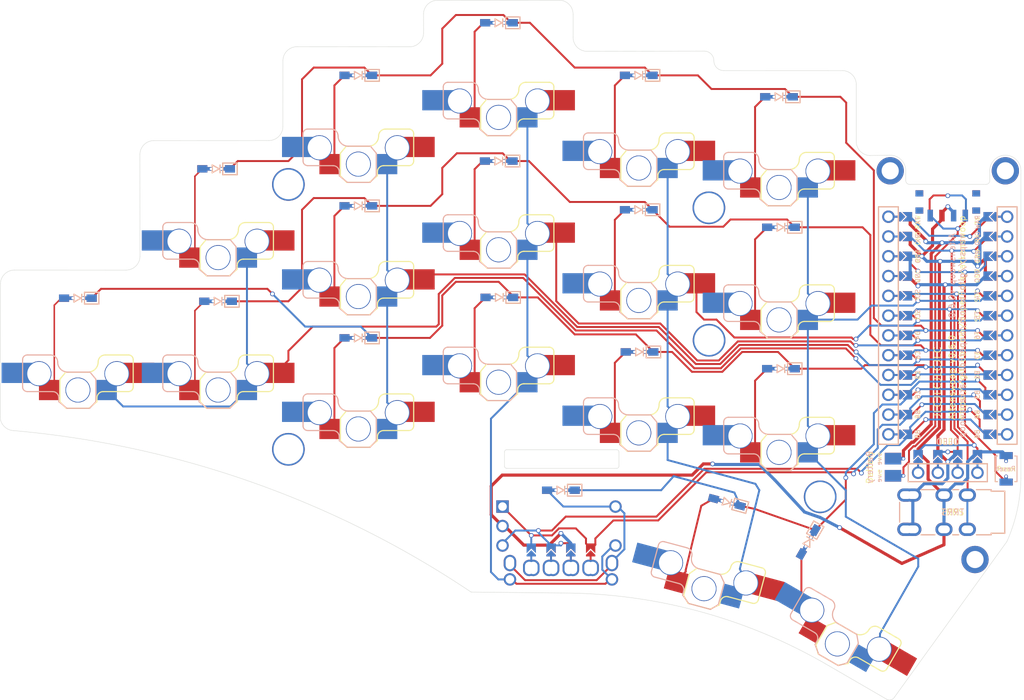
<source format=kicad_pcb>
(kicad_pcb (version 20221018) (generator pcbnew)
  (title_block (title "Altenswoop") (date "2023-07-09") (rev "0.6.0") (company "SuperFola") (comment 1 "https://github.com/SuperFola/arkenswoop"))
  (layers (0 "F.Cu" signal) (31 "B.Cu" signal) (34 "B.Paste" user) (35 "F.Paste" user) (36 "B.SilkS" user "B.Silkscreen") (37 "F.SilkS" user "F.Silkscreen") (38 "B.Mask" user) (39 "F.Mask" user) (44 "Edge.Cuts" user))
  (net 0 "")
  (net 1 "raw")
  (net 2 "Net-(BT1-Pad2)")
  (net 3 "row0")
  (net 4 "GND")
  (net 5 "VCC")
  (net 6 "Net-(D2-A)")
  (net 7 "Net-(D3-A)")
  (net 8 "Net-(D4-A)")
  (net 9 "Net-(D5-A)")
  (net 10 "row1")
  (net 11 "Net-(D7-A)")
  (net 12 "data")
  (net 13 "reset")
  (net 14 "Net-(D8-A)")
  (net 15 "Net-(D9-A)")
  (net 16 "Net-(D10-A)")
  (net 17 "row2")
  (net 18 "Net-(D12-A)")
  (net 19 "Net-(D13-A)")
  (net 20 "Net-(D14-A)")
  (net 21 "Net-(D15-A)")
  (net 22 "Net-(D16-A)")
  (net 23 "row3")
  (net 24 "Net-(D17-A)")
  (net 25 "er0")
  (net 26 "col2")
  (net 27 "edb")
  (net 28 "eda")
  (net 29 "led")
  (net 30 "sda")
  (net 31 "sla")
  (net 32 "col0")
  (net 33 "col1")
  (net 34 "col3")
  (net 35 "col4")
  (net 36 "unconnected-(PSW1-C-Pad3)")
  (net 37 "unconnected-(U1-B6-Pad13)")
  (net 38 "unconnected-(U1-B2-Pad14)")
  (net 39 "unconnected-(U1-B3-Pad15)")
  (net 40 "Net-(D11-A)")
  (net 41 "Net-(D6-A)")
  (net 42 "Net-(D1-A)")
  (footprint "swoop:M2_hole_4.2mm" (layer "F.Cu") (at 134.228545 86.75)
    (fp_text reference "H3" hide)
    (fp_text value "M2 Hole" hide)
  )
  (footprint "swoop:D3_SMD" (layer "F.Cu") (at 107.275 63 180)
    (fp_text reference "D3" hide)
    (fp_text value " 1N4148W" hide)
  )
  (footprint "Library:Kailh-pg1350-socket-reversible" (layer "F.Cu") (at 107.229546 103.239471)
    (fp_text reference "SW13" hide)
    (fp_text value "Choc" hide)
  )
  (footprint "swoop:RollerEncoder" (layer "F.Cu") (at 115.235509 127.600624)
    (fp_text reference "EN2")
    (fp_text value "EVQWGD001")
    (fp_line (start -7.248 -7.7) (end -7.248 -9.5) (stroke (width 0.05)) (layer "Edge.Cuts"))
    (fp_line (start -6.952 -7.4) (end 7.148 -7.4) (stroke (width 0.05)) (layer "Edge.Cuts"))
    (fp_line (start 7.148 -9.8) (end -6.948 -9.8) (stroke (width 0.05)) (layer "Edge.Cuts"))
    (fp_line (start 7.448 -7.7) (end 7.448 -9.5) (stroke (width 0.05)) (layer "Edge.Cuts"))
    (fp_arc (start -7.248 -9.5) (mid -7.160132 -9.712132) (end -6.948 -9.8) (stroke (width 0.05)) (layer "Edge.Cuts"))
    (fp_arc (start -6.948 -7.4) (mid -7.160132 -7.487868) (end -7.248 -7.7) (stroke (width 0.05)) (layer "Edge.Cuts"))
    (fp_arc (start 7.148 -9.8) (mid 7.360132 -9.712132) (end 7.448 -9.5) (stroke (width 0.05)) (layer "Edge.Cuts"))
    (fp_arc (start 7.448 -7.7) (mid 7.360132 -7.487868) (end 7.148 -7.4) (stroke (width 0.05)) (layer "Edge.Cuts"))
  )
  (footprint "swoop:M2_hole_4.2mm" (layer "F.Cu") (at 80.25 83.75)
    (fp_text reference "H1" hide)
    (fp_text value "M2 Hole" hide)
  )
  (footprint "swoop:D3_SMD" (layer "F.Cu") (at 71.225 98.75 180)
    (fp_text reference "D6" hide)
    (fp_text value " 1N4148W" hide)
  )
  (footprint "Library:Kailh-pg1350-socket-reversible" (layer "F.Cu") (at 153.66651 137.618092 -30)
    (fp_text reference "SW17" hide)
    (fp_text value "Choc" hide)
  )
  (footprint "swoop:Reset" (layer "F.Cu") (at 172.380034 120.252819 90)
    (fp_text reference "RSW1" hide)
    (fp_text value "Reset")
  )
  (footprint "swoop:D3_SMD" (layer "F.Cu") (at 70.975 81.75 180)
    (fp_text reference "D1" hide)
    (fp_text value " 1N4148W" hide)
  )
  (footprint "swoop:Power" (layer "F.Cu") (at 164.890258 86.000219 180)
    (fp_text reference "PSW1" hide)
    (fp_text value "Power" hide)
  )
  (footprint "Library:Kailh-pg1350-socket-reversible" (layer "F.Cu") (at 53.229542 104.239972)
    (fp_text reference "SW11" hide)
    (fp_text value "Choc" hide)
  )
  (footprint "swoop:D3_SMD" (layer "F.Cu") (at 143.475 107.4 180)
    (fp_text reference "D15" hide)
    (fp_text value " 1N4148W" hide)
  )
  (footprint "swoop:RotaryEncoder" (layer "F.Cu") (at 115.235549 127.6)
    (fp_text reference "EN1")
    (fp_text value "RotaryEncoder_Switch")
  )
  (footprint "chocolad:M2_hole_3.5mm" (layer "F.Cu") (at 172.281378 81.999725)
    (fp_text reference "Ref**" hide)
    (fp_text value "Val**" hide)
  )
  (footprint "Library:Kailh-pg1350-socket-reversible" (layer "F.Cu") (at 125.228544 92.73947)
    (fp_text reference "SW9" hide)
    (fp_text value "Choc" hide)
  )
  (footprint "swoop:D3_SMD" (layer "F.Cu") (at 125.225 69.75 180)
    (fp_text reference "D4" hide)
    (fp_text value " 1N4148W" hide)
  )
  (footprint "swoop:D3_SMD" (layer "F.Cu") (at 107.25 80.75 180)
    (fp_text reference "D8" hide)
    (fp_text value " 1N4148W" hide)
  )
  (footprint "swoop:D3_SMD" (layer "F.Cu") (at 125.225 87 180)
    (fp_text reference "D9" hide)
    (fp_text value " 1N4148W" hide)
  )
  (footprint "chocolad:M2_hole_3.5mm" (layer "F.Cu") (at 157.500056 82.000182)
    (fp_text reference "Ref**" hide)
    (fp_text value "Val**" hide)
  )
  (footprint "swoop:D3_SMD" (layer "F.Cu") (at 143.225 72.5 180)
    (fp_text reference "D5" hide)
    (fp_text value " 1N4148W" hide)
  )
  (footprint "Library:Kailh-pg1350-socket-reversible" (layer "F.Cu") (at 143.229546 95.239475)
    (fp_text reference "SW10" hide)
    (fp_text value "Choc" hide)
  )
  (footprint "swoop:ProMicro_jumpers" (layer "F.Cu") (at 164.890259 101.863222)
    (fp_text reference "U1" hide)
    (fp_text value "ProMicro" hide)
  )
  (footprint "Library:Kailh-pg1350-socket-reversible" (layer "F.Cu") (at 71.229542 87.239972)
    (fp_text reference "SW1" hide)
    (fp_text value "Choc" hide)
  )
  (footprint "swoop:D3_SMD" (layer "F.Cu") (at 53.225 98.35 180)
    (fp_text reference "D11" hide)
    (fp_text value " 1N4148W" hide)
  )
  (footprint "Library:Kailh-pg1350-socket-reversible" (layer "F.Cu") (at 89.229547 109.239974)
    (fp_text reference "SW12" hide)
    (fp_text value "Choc" hide)
  )
  (footprint "swoop:TRRS-3pin" (layer "F.Cu") (at 170.604707 125.82492 -90)
    (fp_text reference "J1")
    (fp_text value "TRRS" hide)
  )
  (footprint "Library:Kailh-pg1350-socket-reversible" (layer "F.Cu") (at 107.229543 69.239473)
    (fp_text reference "SW3" hide)
    (fp_text value "Choc" hide)
  )
  (footprint "Library:Kailh-pg1350-socket-reversible" (layer "F.Cu") (at 143.229546 78.239472)
    (fp_text reference "SW5" hide)
    (fp_text value "Choc" hide)
  )
  (footprint "Library:Kailh-pg1350-socket-reversible" (layer "F.Cu") (at 71.229542 104.239972)
    (fp_text reference "SW6" hide)
    (fp_text value "Choc" hide)
  )
  (footprint "swoop:M2_hole_3.5mm" (layer "F.Cu") (at 168.386407 131.897959)
    (fp_text reference "Ref**" hide)
    (fp_text value "Val**" hide)
  )
  (footprint "swoop:OLED_jumpers" (layer "F.Cu") (at 161.080438 120.752911)
    (fp_text reference "O1" hide)
    (fp_text value "OLED")
  )
  (footprint "Library:Kailh-pg1350-socket-reversible" (layer "F.Cu") (at 125.228544 109.739471)
    (fp_text reference "SW14" hide)
    (fp_text value "Choc" hide)
  )
  (footprint "swoop:D3_SMD" (layer "F.Cu") (at 125.3254 105.25 180)
    (fp_text reference "D14" hide)
    (fp_text value " 1N4148W" hide)
  )
  (footprint "swoop:D3_SMD" (layer "F.Cu") (at 115.225 123 180)
    (fp_text reference "ED1" hide)
    (fp_text value " 1N4148W" hide)
  )
  (footprint "Library:Kailh-pg1350-socket-reversible" (layer "F.Cu") (at 89.229547 92.239968)
    (fp_text reference "SW7" hide)
    (fp_text value "Choc" hide)
  )
  (footprint "Library:Kailh-pg1350-socket-reversible" (layer "F.Cu") (at 125.228547 75.739475)
    (fp_text reference "SW4" hide)
    (fp_text value "Choc" hide)
  )
  (footprint "swoop:D3_SMD" (layer "F.Cu") (at 89.225 86.5 180)
    (fp_text reference "D7" hide)
    (fp_text value " 1N4148W" hide)
  )
  (footprint "swoop:D3_SMD" (layer "F.Cu") (at 89.225 103.45 180)
    (fp_text reference "D12" hide)
    (fp_text value " 1N4148W" hide)
  )
  (footprint "swoop:M2_hole_4.2mm" (layer "F.Cu") (at 80.25 117.75)
    (fp_text reference "H2" hide)
    (fp_text value "M2 Hole" hide)
  )
  (footprint "Library:Kailh-pg1350-socket-reversible" (layer "F.Cu") (at 135.128587 129.939172 -15)
    (fp_text reference "SW16" hide)
    (fp_text value "Choc" hide)
  )
  (footprint "Library:Kailh-pg1350-socket-reversible" (layer "F.Cu") (at 107.229546 86.23947)
    (fp_text reference "SW8" hide)
    (fp_text value "Choc" hide)
  )
  (footprint "swoop:M2_hole_4.2mm" (layer "F.Cu") (at 134.25 103.75)
    (fp_text reference "H4" hide)
    (fp_text value "M2 Hole" hide)
  )
  (footprint "swoop:D3_SMD" (layer "F.Cu") (at 107.3254 98.25 180)
    (fp_text reference "D13" hide)
    (fp_text value " 1N4148W" hide)
  )
  (footprint "swoop:Battery_pads_reversible" (layer "F.Cu") (at 157.857431 120.051406 -90)
    (fp_text reference "BT1" hide)
    (fp_text value "Battery" hide)
  )
  (footprint "swoop:M2_hole_4.2mm" (layer "F.Cu") (at 148.510701 123.849903)
    (fp_text reference "H4" hide)
    (fp_text value "M2 Hole" hide)
  )
  (footprint "swoop:D3_SMD" (layer "F.Cu") (at 89.225 69.75 180)
    (fp_text reference "D2" hide)
    (fp_text value " 1N4148W" hide)
  )
  (footprint "swoop:D3_SMD" (layer "F.Cu") (at 146.9875 129.662805 -120)
    (fp_text reference "D17" hide)
    (fp_text value " 1N4148W" hide)
  )
  (footprint "swoop:D3_SMD" (layer "F.Cu") (at 136.535482 124.540596 165)
    (fp_text reference "D16" hide)
    (fp_text value " 1N4148W" hide)
  )
  (footprint "Library:Kailh-pg1350-socket-reversible" (layer "F.Cu") (at 143.229549 112.239469)
    (fp_text reference "SW15" hide)
    (fp_text value "Choc" hide)
  )
  (footprint "swoop:D3_SMD" (layer "F.Cu") (at 143.475 89.25 180)
    (fp_text reference "D10" hide)
    (fp_text value " 1N4148W" hide)
  )
  (footprint "Library:Kailh-pg1350-socket-reversible" (layer "F.Cu") (at 89.229545 75.239973)
    (fp_text reference "SW2" hide)
    (fp_text value "Choc" hide)
  )
  (gr_line (start 43.287806 96.487166) (end 43.254516 113.555183) (stroke (width 0.05)) (layer "Edge.Cuts"))
  (gr_line (start 153.15 78.15) (end 153.145111 70.933883) (stroke (width 0.05)) (layer "Edge.Cuts"))
  (gr_line (start 174.281315 81.999689) (end 174.281568 121.466832) (stroke (width 0.05)) (layer "Edge.Cuts"))
  (gr_arc (start 172.281326 79.999547) (mid 173.695547 80.585425) (end 174.281315 81.999689) (stroke (width 0.05)) (layer "Edge.Cuts"))
  (gr_line (start 133.616117 66.633883) (end 118.540222 66.661837) (stroke (width 0.05)) (layer "Edge.Cuts"))
  (gr_line (start 116.795111 61.894135) (end 116.795111 64.867702) (stroke (width 0.05)) (layer "Edge.Cuts"))
  (gr_line (start 115.05 60.1) (end 99.389516 60.11343) (stroke (width 0.05)) (layer "Edge.Cuts"))
  (gr_arc (start 133.616117 66.633883) (mid 134.5 67) (end 134.866117 67.883883) (stroke (width 0.05)) (layer "Edge.Cuts"))
  (gr_arc (start 136.116117 69.133883) (mid 135.232234 68.767766) (end 134.866117 67.883883) (stroke (width 0.05)) (layer "Edge.Cuts"))
  (gr_line (start 79.547715 67.826168) (end 79.543548 76.357158) (stroke (width 0.05)) (layer "Edge.Cuts"))
  (gr_arc (start 97.595381 61.858541) (mid 98.138076 60.621651) (end 99.389516 60.11343) (stroke (width 0.05)) (layer "Edge.Cuts"))
  (gr_arc (start 45 115.35) (mid 43.762834 114.806999) (end 43.254516 113.555183) (stroke (width 0.05)) (layer "Edge.Cuts"))
  (gr_arc (start 170.281014 83.249463) (mid 170.134575 83.603043) (end 169.781008 83.749464) (stroke (width 0.05)) (layer "Edge.Cuts"))
  (gr_line (start 115.235769 136.194832) (end 103.700313 136.0746) (stroke (width 0.05)) (layer "Edge.Cuts"))
  (gr_line (start 77.745029 78.114927) (end 62.983651 78.123526) (stroke (width 0.05)) (layer "Edge.Cuts"))
  (gr_line (start 170.281014 83.249463) (end 170.28119 81.999538) (stroke (width 0.05)) (layer "Edge.Cuts"))
  (gr_line (start 157.030886 149.825076) (end 149.229607 145.303912) (stroke (width 0.05)) (layer "Edge.Cuts"))
  (gr_arc (start 115.05 60.1) (mid 116.286898 60.642691) (end 116.795111 61.894135) (stroke (width 0.05)) (layer "Edge.Cuts"))
  (gr_line (start 154.887029 80.037186) (end 157.5 80) (stroke (width 0.05)) (layer "Edge.Cuts"))
  (gr_arc (start 157.5 80) (mid 158.914216 80.585869) (end 159.499984 82.000133) (stroke (width 0.05)) (layer "Edge.Cuts"))
  (gr_arc (start 151.4 69.139748) (mid 152.63689 69.682443) (end 153.145111 70.933883) (stroke (width 0.05)) (layer "Edge.Cuts"))
  (gr_arc (start 43.287806 96.487166) (mid 43.830807 95.25) (end 45.082623 94.741682) (stroke (width 0.05)) (layer "Edge.Cuts"))
  (gr_arc (start 174.281567 121.466832) (mid 173.789865 125.619716) (end 172.48064 129.591384) (stroke (width 0.05)) (layer "Edge.Cuts"))
  (gr_line (start 151.4 69.139748) (end 136.116117 69.133883) (stroke (width 0.05)) (layer "Edge.Cuts"))
  (gr_arc (start 79.543548 76.357158) (mid 79.000006 77.600024) (end 77.745029 78.114927) (stroke (width 0.05)) (layer "Edge.Cuts"))
  (gr_arc (start 115.235769 136.194832) (mid 132.832334 138.511576) (end 149.229607 145.303912) (stroke (width 0.05)) (layer "Edge.Cuts"))
  (gr_line (start 159.499984 82.000133) (end 159.500165 83.250065) (stroke (width 0.05)) (layer "Edge.Cuts"))
  (gr_arc (start 158.055405 149.550557) (mid 157.600001 149.900002) (end 157.030886 149.825076) (stroke (width 0.05)) (layer "Edge.Cuts"))
  (gr_line (start 61.188834 79.86901) (end 61.2 93) (stroke (width 0.05)) (layer "Edge.Cuts"))
  (gr_arc (start 160.000164 83.750068) (mid 159.646629 83.603612) (end 159.500165 83.250065) (stroke (width 0.05)) (layer "Edge.Cuts"))
  (gr_arc (start 61.188834 79.86901) (mid 61.73183 78.631838) (end 62.983651 78.123526) (stroke (width 0.05)) (layer "Edge.Cuts"))
  (gr_arc (start 170.28119 81.999538) (mid 170.867035 80.585273) (end 172.281326 79.999547) (stroke (width 0.05)) (layer "Edge.Cuts"))
  (gr_line (start 45.082623 94.741682) (end 59.405183 94.745484) (stroke (width 0.05)) (layer "Edge.Cuts"))
  (gr_arc (start 61.2 93) (mid 60.656999 94.237166) (end 59.405183 94.745484) (stroke (width 0.05)) (layer "Edge.Cuts"))
  (gr_arc (start 97.6 64.338143) (mid 97.057294 65.575) (end 95.805865 66.083254) (stroke (width 0.05)) (layer "Edge.Cuts"))
  (gr_line (start 97.595381 61.858541) (end 97.6 64.338143) (stroke (width 0.05)) (layer "Edge.Cuts"))
  (gr_line (start 158.055405 149.550557) (end 172.48064 129.591384) (stroke (width 0.05)) (layer "Edge.Cuts"))
  (gr_arc (start 118.540222 66.661837) (mid 117.303351 66.119136) (end 116.795111 64.867702) (stroke (width 0.05)) (layer "Edge.Cuts"))
  (gr_line (start 95.805865 66.083254) (end 81.352199 66.070992) (stroke (width 0.05)) (layer "Edge.Cuts"))
  (gr_arc (start 154.887029 80.037186) (mid 153.620088 79.460331) (end 153.15 78.15) (stroke (width 0.05)) (layer "Edge.Cuts"))
  (gr_line (start 160.000164 83.750068) (end 169.781008 83.749464) (stroke (width 0.05)) (layer "Edge.Cuts"))
  (gr_arc (start 45 115.350001) (mid 75.659481 122.003772) (end 103.700313 136.0746) (stroke (width 0.05)) (layer "Edge.Cuts"))
  (gr_arc (start 79.547715 67.826168) (mid 80.093555 66.582164) (end 81.352199 66.070992) (stroke (width 0.05)) (layer "Edge.Cuts"))
  (gr_text "${TITLE} v${REVISION}\n${COMMENT1}" (at 166.084013 89.964022 90) (layer "B.SilkS") (effects (font (size 0.8 0.8) (thickness 0.1)) (justify left mirror)))
  (gr_text "JLCJLCJLCJLC" (at 164.115685 113.860085 90) (layer "F.SilkS") (effects (font (size 0.9 0.9) (thickness 0.1)) (justify left bottom)))
  (gr_text "${TITLE} v${REVISION}\n${COMMENT1}" (at 166.084012 114.024024 90) (layer "F.SilkS") (effects (font (size 0.8 0.8) (thickness 0.1)) (justify left)))
  (segment (start 162.763772 114.548714) (end 160.479742 116.83274) (width 0.4) (layer "F.Cu") (net 1))
  (segment (start 164.150941 91.234385) (end 162.763773 92.621556) (width 0.4) (layer "F.Cu") (net 1))
  (segment (start 164.150941 91.232744) (end 164.150941 91.234385) (width 0.4) (layer "F.Cu") (net 1))
  (segment (start 160.479742 116.83274) (end 160.273087 116.832745) (width 0.4) (layer "F.Cu") (net 1))
  (segment (start 160.064268 88.888668) (end 160.064268 87.893222) (width 0.4) (layer "F.Cu") (net 1))
  (segment (start 162.06426 90.88866) (end 160.064268 88.888668) (width 0.4) (layer "F.Cu") (net 1))
  (segment (start 164.150941 91.234391) (end 164.150941 91.232744) (width 0.4) (layer "F.Cu") (net 1))
  (segment (start 162.763773 92.621556) (end 162.763772 114.548714) (width 0.4) (layer "F.Cu") (net 1))
  (segment (start 160.273087 116.832745) (end 159.19903 117.9068) (width 0.4) (layer "F.Cu") (net 1))
  (segment (start 159.19903 117.9068) (end 159.199032 118.951007) (width 0.4) (layer "F.Cu") (net 1))
  (segment (start 162.06426 91.068224) (end 162.06426 90.88866) (width 0.4) (layer "F.Cu") (net 1))
  (via (at 162.06426 91.068224) (size 0.6) (drill 0.4) (layers "F.Cu" "B.Cu") (net 1))
  (via (at 164.150941 91.232744) (size 0.6) (drill 0.4) (layers "F.Cu" "B.Cu") (net 1))
  (segment (start 164.150941 91.232744) (end 162.228778 91.232745) (width 0.4) (layer "B.Cu") (net 1))
  (segment (start 162.228778 91.232745) (end 162.06426 91.068224) (width 0.4) (layer "B.Cu") (net 1))
  (segment (start 168.950164 88.659323) (end 169.716269 87.89322) (width 0.4) (layer "B.Cu") (net 1))
  (segment (start 168.950158 90.335064) (end 168.950164 88.659323) (width 0.4) (layer "B.Cu") (net 1))
  (segment (start 168.052499 91.232736) (end 168.950158 90.335064) (width 0.4) (layer "B.Cu") (net 1))
  (segment (start 168.052499 91.232736) (end 164.150941 91.232744) (width 0.4) (layer "B.Cu") (net 1))
  (segment (start 159.911517 119.346343) (end 159.199032 120.058829) (width 0.25) (layer "F.Cu") (net 2))
  (segment (start 160.493142 117.357269) (end 160.490348 117.357269) (width 0.25) (layer "F.Cu") (net 2))
  (segment (start 163.288291 92.991392) (end 163.288292 114.765975) (width 0.25) (layer "F.Cu") (net 2))
  (segment (start 166.17043 89.423077) (end 166.17043 90.109252) (width 0.25) (layer "F.Cu") (net 2))
  (segment (start 160.490348 117.357269) (end 159.911517 117.9361) (width 0.25) (layer "F.Cu") (net 2))
  (segment (start 160.493142 117.35726) (end 160.493142 117.357269) (width 0.25) (layer "F.Cu") (net 2))
  (segment (start 159.911517 117.9361) (end 159.911517 119.346343) (width 0.25) (layer "F.Cu") (net 2))
  (segment (start 166.17043 90.109252) (end 163.288291 92.991392) (width 0.25) (layer "F.Cu") (net 2))
  (segment (start 160.69701 117.357261) (end 160.493142 117.35726) (width 0.25) (layer "F.Cu") (net 2))
  (segment (start 159.199032 120.058829) (end 159.19903 121.151406) (width 0.25) (layer "F.Cu") (net 2))
  (segment (start 167.148746 88.444757) (end 166.17043 89.423077) (width 0.25) (layer "F.Cu") (net 2))
  (segment (start 163.288292 114.765975) (end 160.69701 117.357261) (width 0.25) (layer "F.Cu") (net 2))
  (segment (start 167.148744 87.750031) (end 167.148746 88.444757) (width 0.25) (layer "F.Cu") (net 2))
  (via (at 166.17043 89.423077) (size 0.6) (drill 0.4) (layers "F.Cu" "B.Cu") (net 2))
  (segment (start 164.321777 89.423066) (end 166.17043 89.423077) (width 0.25) (layer "B.Cu") (net 2))
  (segment (start 162.648739 87.750031) (end 164.321777 89.423066) (width 0.25) (layer "B.Cu") (net 2))
  (segment (start 151.85 73.25) (end 151.85 78.4) (width 0.25) (layer "F.Cu") (net 3))
  (segment (start 91 69.75) (end 98.5 69.75) (width 0.25) (layer "F.Cu") (net 3))
  (segment (start 83.5 68.75) (end 90 68.75) (width 0.25) (layer "F.Cu") (net 3))
  (segment (start 126 68.75) (end 127 69.75) (width 0.25) (layer "F.Cu") (net 3))
  (segment (start 169.351266 103.133227) (end 168.716265 102.49822) (width 0.25) (layer "F.Cu") (net 3))
  (segment (start 82 70.25) (end 83.5 68.75) (width 0.25) (layer "F.Cu") (net 3))
  (segment (start 100 68.25) (end 100 63.75) (width 0.25) (layer "F.Cu") (net 3))
  (segment (start 152.925285 79.475285) (end 155.4 81.95) (width 0.25) (layer "F.Cu") (net 3))
  (segment (start 111.25 63) (end 117 68.75) (width 0.25) (layer "F.Cu") (net 3))
  (segment (start 90 68.75) (end 91 69.75) (width 0.25) (layer "F.Cu") (net 3))
  (segment (start 161.444359 101.87831) (end 162.064272 102.498223) (width 0.25) (layer "F.Cu") (net 3))
  (segment (start 156.37831 101.87831) (end 161.444359 101.87831) (width 0.25) (layer "F.Cu") (net 3))
  (segment (start 117 68.75) (end 126 68.75) (width 0.25) (layer "F.Cu") (net 3))
  (segment (start 72.75 81.75) (end 73.75 80.75) (width 0.25) (layer "F.Cu") (net 3))
  (segment (start 108.8504 63) (end 111.25 63) (width 0.25) (layer "F.Cu") (net 3))
  (segment (start 107.8504 62) (end 108.8504 63) (width 0.25) (layer "F.Cu") (net 3))
  (segment (start 155.4 81.95) (end 155.4 100.9) (width 0.25) (layer "F.Cu") (net 3))
  (segment (start 145 72.5) (end 151.1 72.5) (width 0.25) (layer "F.Cu") (net 3))
  (segment (start 134.561957 71.5) (end 144 71.5) (width 0.25) (layer "F.Cu") (net 3))
  (segment (start 144 71.5) (end 145 72.5) (width 0.25) (layer "F.Cu") (net 3))
  (segment (start 100 63.75) (end 101.75 62) (width 0.25) (layer "F.Cu") (net 3))
  (segment (start 101.75 62) (end 107.8504 62) (width 0.25) (layer "F.Cu") (net 3))
  (segment (start 132.811957 69.75) (end 134.561957 71.5) (width 0.25) (layer "F.Cu") (net 3))
  (segment (start 80.25 80.75) (end 82 79) (width 0.25) (layer "F.Cu") (net 3))
  (segment (start 155.4 100.9) (end 156.37831 101.87831) (width 0.25) (layer "F.Cu") (net 3))
  (segment (start 73.75 80.75) (end 80.25 80.75) (width 0.25) (layer "F.Cu") (net 3))
  (segment (start 169.716266 103.133229) (end 169.351266 103.133227) (width 0.25) (layer "F.Cu") (net 3))
  (segment (start 82 79) (end 82 70.25) (width 0.25) (layer "F.Cu") (net 3))
  (segment (start 127 69.75) (end 132.811957 69.75) (width 0.25) (layer "F.Cu") (net 3))
  (segment (start 151.1 72.5) (end 151.85 73.25) (width 0.25) (layer "F.Cu") (net 3))
  (segment (start 98.5 69.75) (end 100 68.25) (width 0.25) (layer "F.Cu") (net 3))
  (segment (start 151.85 78.4) (end 152.925285 79.475285) (width 0.25) (layer "F.Cu") (net 3))
  (via (at 168.716265 102.49822) (size 0.6) (drill 0.4) (layers "F.Cu" "B.Cu") (net 3))
  (via (at 162.064272 102.498223) (size 0.6) (drill 0.4) (layers "F.Cu" "B.Cu") (net 3))
  (segment (start 168.716265 102.49822) (end 160.699259 102.498224) (width 0.25) (layer "B.Cu") (net 3))
  (segment (start 160.699259 102.498224) (end 160.064263 103.133227) (width 0.25) (layer "B.Cu") (net 3))
  (segment (start 169.716268 92.97322) (end 169.716261 95.51322) (width 0.4) (layer "F.Cu") (net 4))
  (segment (start 106.29 122.47) (end 106.29 126.154451) (width 0.4) (layer "F.Cu") (net 4))
  (segment (start 164.148749 88.254755) (end 162.93543 89.468066) (width 0.4) (layer "F.Cu") (net 4))
  (segment (start 134.7 119.6255) (end 133.512038 119.6255) (width 0.4) (layer "F.Cu") (net 4))
  (segment (start 164.148744 87.350041) (end 164.898752 86.60004) (width 0.4) (layer "F.Cu") (net 4))
  (segment (start 107.7 121.06) (end 106.29 122.47) (width 0.4) (layer "F.Cu") (net 4))
  (segment (start 160.064265 91.473224) (end 161.564265 92.973223) (width 0.4) (layer "F.Cu") (net 4))
  (segment (start 164.148736 87.750035) (end 164.148749 88.254755) (width 0.4) (layer "F.Cu") (net 4))
  (segment (start 164.4 130) (end 164.404707 128.02492) (width 0.4) (layer "F.Cu") (net 4))
  (segment (start 162.93542 91.602053) (end 161.564265 92.973223) (width 0.4) (layer "F.Cu") (net 4))
  (segment (start 162.93543 89.468066) (end 162.93542 91.602053) (width 0.4) (layer "F.Cu") (net 4))
  (segment (start 110.46608 130.05) (end 113.719602 130.05) (width 0.4) (layer "F.Cu") (net 4))
  (segment (start 161.080432 118.078912) (end 162.36467 119.363149) (width 0.4) (layer "F.Cu") (net 4))
  (segment (start 159 132.4) (end 164.4 130) (width 0.4) (layer "F.Cu") (net 4))
  (segment (start 161.08043 117.715624) (end 163.812814 114.98324) (width 0.4) (layer "F.Cu") (net 4))
  (segment (start 161.080437 118.078912) (end 161.08043 117.715624) (width 0.4) (layer "F.Cu") (net 4))
  (segment (start 133.512038 119.6255) (end 132.077538 121.06) (width 0.4) (layer "F.Cu") (net 4))
  (segment (start 113.719602 130.05) (end 115.235511 128.534091) (width 0.4) (layer "F.Cu") (net 4))
  (segment (start 151.1 127.8) (end 151 127.8) (width 0.4) (layer "F.Cu") (net 4))
  (segment (start 132.077538 121.06) (end 107.7 121.06) (width 0.4) (layer "F.Cu") (net 4))
  (segment (start 106.29 126.154451) (end 107.735549 127.6) (width 0.4) (layer "F.Cu") (net 4))
  (segment (start 169.716271 93.243223) (end 168.716263 94.243233) (width 0.4) (layer "F.Cu") (net 4))
  (segment (start 163.812814 114.98324) (end 163.812815 93.718462) (width 0.4) (layer "F.Cu") (net 4))
  (segment (start 107.73555 127.31947) (end 110.46608 130.05) (width 0.4) (layer "F.Cu") (net 4))
  (segment (start 162.36467 119.363149) (end 162.364675 121.584888) (width 0.4) (layer "F.Cu") (net 4))
  (segment (start 169.716268 92.97322) (end 169.716271 93.243223) (width 0.4) (layer "F.Cu") (net 4))
  (segment (start 151 127.8) (end 159 132.4) (width 0.4) (layer "F.Cu") (net 4))
  (segment (start 164.14875 87.750031) (end 164.148744 87.350041) (width 0.4) (layer "F.Cu") (net 4))
  (segment (start 163.812815 93.718462) (end 163.91279 93.618485) (width 0.4) (layer "F.Cu") (net 4))
  (segment (start 162.364675 121.584888) (end 164.404707 123.624919) (width 0.4) (layer "F.Cu") (net 4))
  (segment (start 160.06427 90.433231) (end 160.064265 91.473224) (width 0.4) (layer "F.Cu") (net 4))
  (via (at 168.716263 94.243233) (size 0.6) (drill 0.4) (layers "F.Cu" "B.Cu") (net 4))
  (via (at 164.898752 86.60004) (size 0.6) (drill 0.4) (layers "F.Cu" "B.Cu") (net 4))
  (via (at 115.235511 128.534091) (size 0.6) (drill 0.4) (layers "F.Cu" "B.Cu") (net 4))
  (via (at 134.7 119.6255) (size 0.6) (drill 0.4) (layers "F.Cu" "B.Cu") (net 4))
  (via (at 163.91279 93.618485) (size 0.6) (drill 0.4) (layers "F.Cu" "B.Cu") (net 4))
  (via (at 151 127.8) (size 0.6) (drill 0.4) (layers "F.Cu" "B.Cu") (net 4))
  (via (at 161.564265 92.973223) (size 0.6) (drill 0.4) (layers "F.Cu" "B.Cu") (net 4))
  (segment (start 166.725535 122.164156) (end 167.442676 121.447015) (width 0.4) (layer "B.Cu") (net 4))
  (segment (start 168.70043 118.078909) (end 171.906123 118.078909) (width 0.4) (layer "B.Cu") (net 4))
  (segment (start 161.564265 92.973223) (end 160.064273 92.973224) (width 0.4) (layer "B.Cu") (net 4))
  (segment (start 148.5 126.5) (end 146.5 125.8) (width 0.4) (layer "B.Cu") (net 4))
  (segment (start 160.064273 92.973224) (end 160.064273 95.513235) (width 0.4) (layer "B.Cu") (net 4))
  (segment (start 169.716263 90.433228) (end 169.015773 91.13371) (width 0.4) (layer "B.Cu") (net 4))
  (segment (start 169.015782 93.943716) (end 168.716263 94.243233) (width 0.4) (layer "B.Cu") (net 4))
  (segment (start 167.442676 121.447015) (end 167.44267 119.336672) (width 0.4) (layer "B.Cu") (net 4))
  (segment (start 146.5 125.8) (end 142.7 121.7) (width 0.4) (layer "B.Cu") (net 4))
  (segment (start 168.091523 93.618482) (end 168.716263 94.243233) (width 0.4) (layer "B.Cu") (net 4))
  (segment (start 165.648754 87.750044) (end 165.648747 87.350034) (width 0.4) (layer "B.Cu") (net 4))
  (segment (start 116.505514 129.804094) (end 115.235511 128.534091) (width 0.4) (layer "B.Cu") (net 4))
  (segment (start 134.7745 119.7) (end 134.7 119.6255) (width 0.4) (layer "B.Cu") (net 4))
  (segment (start 169.015773 91.13371) (end 169.015782 93.943716) (width 0.4) (layer "B.Cu") (net 4))
  (segment (start 165.865471 122.164156) (end 166.725535 122.164156) (width 0.4) (layer "B.Cu") (net 4))
  (segment (start 171.906123 118.078909) (end 172.380031 118.552819) (width 0.4) (layer "B.Cu") (net 4))
  (segment (start 142.7 121.7) (end 140.7 119.7) (width 0.4) (layer "B.Cu") (net 4))
  (segment (start 164.404707 123.624919) (end 165.865471 122.164156) (width 0.4) (layer "B.Cu") (net 4))
  (segment (start 140.7 119.7) (end 134.7745 119.7) (width 0.4) (layer "B.Cu") (net 4))
  (segment (start 151 127.8) (end 148.5 126.5) (width 0.4) (layer "B.Cu") (net 4))
  (segment (start 161.564265 92.973223) (end 162.209522 93.618484) (width 0.4) (layer "B.Cu") (net 4))
  (segment (start 164.404706 123.624915) (end 164.40471 128.02492) (width 0.4) (layer "B.Cu") (net 4))
  (segment (start 167.44267 119.336672) (end 168.70043 118.078909) (width 0.4) (layer "B.Cu") (net 4))
  (segment (start 165.648747 87.350034) (end 164.898752 86.60004) (width 0.4) (layer "B.Cu") (net 4))
  (segment (start 162.209522 93.618484) (end 168.091523 93.618482) (width 0.4) (layer "B.Cu") (net 4))
  (segment (start 164.412334 96.777352) (end 164.570972 96.61871) (width 0.4) (layer "F.Cu") (net 5))
  (segment (start 160.064273 95.513235) (end 160.064265 95.783225) (width 0.4) (layer "F.Cu") (net 5))
  (segment (start 164.412332 115.231574) (end 164.412334 96.777352) (width 0.4) (layer "F.Cu") (net 5))
  (segment (start 163.620434 116.023474) (end 164.412332 115.231574) (width 0.4) (layer "F.Cu") (net 5))
  (segment (start 163.628911 118.078909) (end 164.894673 119.344672) (width 0.4) (layer "F.Cu") (net 5))
  (segment (start 160.064265 95.783225) (end 161.064266 96.783226) (width 0.4) (layer "F.Cu") (net 5))
  (segment (start 163.620432 118.078913) (end 163.620434 116.023474) (width 0.4) (layer "F.Cu") (net 5))
  (via (at 164.570972 96.61871) (size 0.6) (drill 0.4) (layers "F.Cu" "B.Cu") (net 5))
  (via (at 164.894673 119.344672) (size 0.6) (drill 0.4) (layers "F.Cu" "B.Cu") (net 5))
  (via (at 161.064266 96.783226) (size 0.6) (drill 0.4) (layers "F.Cu" "B.Cu") (net 5))
  (segment (start 164.185526 122.164156) (end 161.865471 122.164156) (width 0.4) (layer "B.Cu") (net 5))
  (segment (start 169.716261 95.51322) (end 168.610766 96.618711) (width 0.4) (layer "B.Cu") (net 5))
  (segment (start 160.404711 123.624923) (end 160.404709 128.024917) (width 0.4) (layer "B.Cu") (net 5))
  (segment (start 164.570972 96.61871) (end 161.228784 96.618709) (width 0.4) (layer "B.Cu") (net 5))
  (segment (start 161.865471 122.164156) (end 160.404707 123.624919) (width 0.4) (layer "B.Cu") (net 5))
  (segment (start 168.610766 96.618711) (end 164.570972 96.61871) (width 0.4) (layer "B.Cu") (net 5))
  (segment (start 164.894673 119.344672) (end 164.894674 121.455008) (width 0.4) (layer "B.Cu") (net 5))
  (segment (start 164.894673 119.344672) (end 166.160432 118.078913) (width 0.4) (layer "B.Cu") (net 5))
  (segment (start 161.228784 96.618709) (end 161.064266 96.783226) (width 0.4) (layer "B.Cu") (net 5))
  (segment (start 164.894674 121.455008) (end 164.185526 122.164156) (width 0.4) (layer "B.Cu") (net 5))
  (segment (start 87.45 69.75) (end 86.154545 71.045455) (width 0.25) (layer "F.Cu") (net 6))
  (segment (start 86.154545 71.045455) (end 86.154545 80.514973) (width 0.25) (layer "F.Cu") (net 6))
  (segment (start 86.154545 80.514973) (end 85.529545 81.139973) (width 0.25) (layer "F.Cu") (net 6))
  (segment (start 105.3004 63) (end 104.154543 64.145857) (width 0.25) (layer "F.Cu") (net 7))
  (segment (start 104.154543 64.145857) (end 104.154543 74.514473) (width 0.25) (layer "F.Cu") (net 7))
  (segment (start 104.154543 74.514473) (end 103.529543 75.139473) (width 0.25) (layer "F.Cu") (net 7))
  (segment (start 122.153547 71.046453) (end 122.153547 81.014475) (width 0.25) (layer "F.Cu") (net 8))
  (segment (start 122.153547 81.014475) (end 121.528547 81.639475) (width 0.25) (layer "F.Cu") (net 8))
  (segment (start 123.45 69.75) (end 122.153547 71.046453) (width 0.25) (layer "F.Cu") (net 8))
  (segment (start 140.154546 83.514472) (end 139.529546 84.139472) (width 0.25) (layer "F.Cu") (net 9))
  (segment (start 141.45 72.5) (end 140.154546 73.795454) (width 0.25) (layer "F.Cu") (net 9))
  (segment (start 140.154546 73.795454) (end 140.154546 83.514472) (width 0.25) (layer "F.Cu") (net 9))
  (segment (start 169.716259 105.673222) (end 169.35127 105.673227) (width 0.25) (layer "F.Cu") (net 10))
  (segment (start 136.075 89.175) (end 137 88.25) (width 0.25) (layer "F.Cu") (net 10))
  (segment (start 154.95 103.057955) (end 154.95 90.25) (width 0.25) (layer "F.Cu") (net 10))
  (segment (start 73 98.75) (end 80.25 98.75) (width 0.25) (layer "F.Cu") (net 10))
  (segment (start 91 86.5) (end 98.5 86.5) (width 0.25) (layer "F.Cu") (net 10))
  (segment (start 101.875 79.75) (end 107.75 79.75) (width 0.25) (layer "F.Cu") (net 10))
  (segment (start 129.175 89.175) (end 136.075 89.175) (width 0.25) (layer "F.Cu") (net 10))
  (segment (start 144.25 88.25) (end 145.25 89.25) (width 0.25) (layer "F.Cu") (net 10))
  (segment (start 161.424353 104.39831) (end 156.290354 104.398309) (width 0.25) (layer "F.Cu") (net 10))
  (segment (start 154.95 90.25) (end 153.95 89.25) (width 0.25) (layer "F.Cu") (net 10))
  (segment (start 98.5 86.5) (end 100 85) (width 0.25) (layer "F.Cu") (net 10))
  (segment (start 82 87) (end 83.5 85.5) (width 0.25) (layer "F.Cu") (net 10))
  (segment (start 80.25 98.75) (end 82 97) (width 0.25) (layer "F.Cu") (net 10))
  (segment (start 82 97) (end 82 87) (width 0.25) (layer "F.Cu") (net 10))
  (segment (start 127 87) (end 129.175 89.175) (width 0.25) (layer "F.Cu") (net 10))
  (segment (start 100 85) (end 100 81.625) (width 0.25) (layer "F.Cu") (net 10))
  (segment (start 90 85.5) (end 91 86.5) (width 0.25) (layer "F.Cu") (net 10))
  (segment (start 126 86) (end 127 87) (width 0.25) (layer "F.Cu") (net 10))
  (segment (start 116.375 86) (end 126 86) (width 0.25) (layer "F.Cu") (net 10))
  (segment (start 137 88.25) (end 144.25 88.25) (width 0.25) (layer "F.Cu") (net 10))
  (segment (start 100 81.625) (end 101.875 79.75) (width 0.25) (layer "F.Cu") (net 10))
  (segment (start 156.290354 104.398309) (end 154.95 103.057955) (width 0.25) (layer "F.Cu") (net 10))
  (segment (start 109.025 80.75) (end 111.125 80.75) (width 0.25) (layer "F.Cu") (net 10))
  (segment (start 153.95 89.25) (end 145.25 89.25) (width 0.25) (layer "F.Cu") (net 10))
  (segment (start 162.064271 105.038229) (end 161.424353 104.39831) (width 0.25) (layer "F.Cu") (net 10))
  (segment (start 111.125 80.75) (end 116.375 86) (width 0.25) (layer "F.Cu") (net 10))
  (segment (start 107.75 79.75) (end 108.75 80.75) (width 0.25) (layer "F.Cu") (net 10))
  (segment (start 169.35127 105.673227) (end 168.716267 105.038227) (width 0.25) (layer "F.Cu") (net 10))
  (segment (start 83.5 85.5) (end 90 85.5) (width 0.25) (layer "F.Cu") (net 10))
  (via (at 162.064271 105.038229) (size 0.6) (drill 0.4) (layers "F.Cu" "B.Cu") (net 10))
  (via (at 168.716267 105.038227) (size 0.6) (drill 0.4) (layers "F.Cu" "B.Cu") (net 10))
  (segment (start 160.699268 105.038228) (end 160.06426 105.673223) (width 0.25) (layer "B.Cu") (net 10))
  (segment (start 168.716267 105.038227) (end 160.699268 105.038228) (width 0.25) (layer "B.Cu") (net 10))
  (segment (start 86.154547 97.514968) (end 85.529547 98.139968) (width 0.25) (layer "F.Cu") (net 11))
  (segment (start 86.154547 87.795453) (end 86.154547 97.514968) (width 0.25) (layer "F.Cu") (net 11))
  (segment (start 87.45 86.5) (end 86.154547 87.795453) (width 0.25) (layer "F.Cu") (net 11))
  (segment (start 168.216268 92.338225) (end 169.716269 90.838223) (width 0.25) (layer "F.Cu") (net 12))
  (segment (start 165.393221 92.250963) (end 165.393221 98.061907) (width 0.25) (layer "F.Cu") (net 12))
  (segment (start 167.434675 116.767726) (end 167.434675 123.594951) (width 0.25) (layer "F.Cu") (net 12))
  (segment (start 165.393221 98.061907) (end 165.743191 98.411883) (width 0.25) (layer "F.Cu") (net 12))
  (segment (start 165.74319 115.076246) (end 167.434675 116.767726) (width 0.25) (layer "F.Cu") (net 12))
  (segment (start 165.743191 98.411883) (end 165.74319 115.076246) (width 0.25) (layer "F.Cu") (net 12))
  (segment (start 167.434675 123.594951) (end 167.404707 123.624919) (width 0.25) (layer "F.Cu") (net 12))
  (segment (start 169.716269 90.838223) (end 169.716263 90.433228) (width 0.25) (layer "F.Cu") (net 12))
  (segment (start 165.390969 92.248714) (end 165.393221 92.250963) (width 0.25) (layer "F.Cu") (net 12))
  (via (at 165.390969 92.248714) (size 0.6) (drill 0.4) (layers "F.Cu" "B.Cu") (net 12))
  (via (at 168.216268 92.338225) (size 0.6) (drill 0.4) (layers "F.Cu" "B.Cu") (net 12))
  (segment (start 167.404703 123.624918) (end 167.404705 128.024921) (width 0.25) (layer "B.Cu") (net 12))
  (segment (start 168.126753 92.248714) (end 165.390969 92.248714) (width 0.25) (layer "B.Cu") (net 12))
  (segment (start 165.390969 92.248714) (end 161.879758 92.248719) (width 0.25) (layer "B.Cu") (net 12))
  (segment (start 161.879758 92.248719) (end 160.06427 90.433231) (width 0.25) (layer "B.Cu") (net 12))
  (segment (start 168.216268 92.338225) (end 168.126753 92.248714) (width 0.25) (layer "B.Cu") (net 12))
  (segment (start 172.380033 121.952823) (end 170.992668 120.565466) (width 0.25) (layer "F.Cu") (net 13))
  (segment (start 167.091751 114.596151) (end 167.091751 95.007932) (width 0.25) (layer "F.Cu") (net 13))
  (segment (start 160.064273 92.973224) (end 160.064261 93.878232) (width 0.25) (layer "F.Cu") (net 13))
  (segment (start 167.091751 95.007932) (end 167.09467 95.005009) (width 0.25) (layer "F.Cu") (net 13))
  (segment (start 170.992668 120.565466) (end 170.992668 118.497068) (width 0.25) (layer "F.Cu") (net 13))
  (segment (start 170.992668 118.497068) (end 167.091751 114.596151) (width 0.25) (layer "F.Cu") (net 13))
  (segment (start 160.064261 93.878232) (end 161.064264 94.878218) (width 0.25) (layer "F.Cu") (net 13))
  (via (at 161.064264 94.878218) (size 0.6) (drill 0.4) (layers "F.Cu" "B.Cu") (net 13))
  (via (at 167.09467 95.005009) (size 0.6) (drill 0.4) (layers "F.Cu" "B.Cu") (net 13))
  (segment (start 169.716261 94.129509) (end 169.716261 92.97322) (width 0.25) (layer "B.Cu") (net 13))
  (segment (start 161.064264 94.878218) (end 161.153776 94.967734) (width 0.25) (layer "B.Cu") (net 13))
  (segment (start 167.09467 95.005009) (end 168.840761 95.005009) (width 0.25) (layer "B.Cu") (net 13))
  (segment (start 168.840761 95.005009) (end 169.716261 94.129509) (width 0.25) (layer "B.Cu") (net 13))
  (segment (start 167.09467 95.005009) (end 161.194673 95.005011) (width 0.25) (layer "B.Cu") (net 13))
  (segment (start 104.154546 91.51447) (end 103.529546 92.13947) (width 0.25) (layer "F.Cu") (net 14))
  (segment (start 105.2 80.75) (end 104.154546 81.795454) (width 0.25) (layer "F.Cu") (net 14))
  (segment (start 104.154546 81.795454) (end 104.154546 91.51447) (width 0.25) (layer "F.Cu") (net 14))
  (segment (start 123.45 87) (end 122.153544 88.296456) (width 0.25) (layer "F.Cu") (net 15))
  (segment (start 122.153544 88.296456) (end 122.153544 98.01447) (width 0.25) (layer "F.Cu") (net 15))
  (segment (start 122.153544 98.01447) (end 121.528544 98.63947) (width 0.25) (layer "F.Cu") (net 15))
  (segment (start 141.7 89.25) (end 140.154546 90.795454) (width 0.25) (layer "F.Cu") (net 16))
  (segment (start 140.154546 90.795454) (end 140.154546 100.514475) (width 0.25) (layer "F.Cu") (net 16))
  (segment (start 140.154546 100.514475) (end 139.529546 101.139475) (width 0.25) (layer "F.Cu") (net 16))
  (segment (start 161.826865 106.95) (end 154.25 106.95) (width 0.25) (layer "F.Cu") (net 17))
  (segment (start 143.1 105.25) (end 145.25 107.4) (width 0.25) (layer "F.Cu") (net 17))
  (segment (start 132.05 107.8) (end 135.95 107.8) (width 0.25) (layer "F.Cu") (net 17))
  (segment (start 112.25 98.25) (end 117 103) (width 0.25) (layer "F.Cu") (net 17))
  (segment (start 138.5 105.25) (end 143.1 105.25) (width 0.25) (layer "F.Cu") (net 17))
  (segment (start 77.55 97.15) (end 78.2 97.8) (width 0.25) (layer "F.Cu") (net 17))
  (segment (start 135.95 107.8) (end 138.5 105.25) (width 0.25) (layer "F.Cu") (net 17))
  (segment (start 127.1004 105.25) (end 129.5 105.25) (width 0.25) (layer "F.Cu") (net 17))
  (segment (start 124.8504 103) (end 127.1004 105.25) (width 0.25) (layer "F.Cu") (net 17))
  (segment (start 154.25 106.95) (end 153.8 107.4) (width 0.25) (layer "F.Cu") (net 17))
  (segment (start 100 101.875) (end 100 98) (width 0.25) (layer "F.Cu") (net 17))
  (segment (start 169.716266 108.213222) (end 169.716264 107.943227) (width 0.25) (layer "F.Cu") (net 17))
  (segment (start 91 103.45) (end 98.425 103.45) (width 0.25) (layer "F.Cu") (net 17))
  (segment (start 78.2 97.8) (end 78.15 97.75) (width 0.25) (layer "F.Cu") (net 17))
  (segment (start 169.716264 107.943227) (end 168.716262 106.943229) (width 0.25) (layer "F.Cu") (net 17))
  (segment (start 100 98) (end 101.75 96.25) (width 0.25) (layer "F.Cu") (net 17))
  (segment (start 117 103) (end 124.8504 103) (width 0.25) (layer "F.Cu") (net 17))
  (segment (start 56.2 97.15) (end 77.55 97.15) (width 0.25) (layer "F.Cu") (net 17))
  (segment (start 98.425 103.45) (end 100 101.875) (width 0.25) (layer "F.Cu") (net 17))
  (segment (start 153.8 107.4) (end 145.25 107.4) (width 0.25) (layer "F.Cu") (net 17))
  (segment (start 129.5 105.25) (end 132.05 107.8) (width 0.25) (layer "F.Cu") (net 17))
  (segment (start 162.064272 107.187407) (end 161.826865 106.95) (width 0.25) (layer "F.Cu") (net 17))
  (segment (start 107.25 96.25) (end 109.25 98.25) (width 0.25) (layer "F.Cu") (net 17))
  (segment (start 55 98.35) (end 56.2 97.15) (width 0.25) (layer "F.Cu") (net 17))
  (segment (start 101.75 96.25) (end 107.25 96.25) (width 0.25) (layer "F.Cu") (net 17))
  (segment (start 109.25 98.25) (end 112.25 98.25) (width 0.25) (layer "F.Cu") (net 17))
  (via (at 162.064272 107.187407) (size 0.6) (drill 0.4) (layers "F.Cu" "B.Cu") (net 17))
  (via (at 78.2 97.8) (size 0.6) (drill 0.4) (layers "F.Cu" "B.Cu") (net 17))
  (via (at 168.716262 106.943229) (size 0.6) (drill 0.4) (layers "F.Cu" "B.Cu") (net 17))
  (segment (start 89.55 102) (end 91 103.45) (width 0.25) (layer "B.Cu") (net 17))
  (segment (start 168.47208 107.187414) (end 168.716262 106.943229) (width 0.25) (layer "B.Cu") (net 17))
  (segment (start 160.064273 108.213222) (end 160.064267 108.188616) (width 0.25) (layer "B.Cu") (net 17))
  (segment (start 161.065469 107.187407) (end 168.47208 107.187414) (width 0.25) (layer "B.Cu") (net 17))
  (segment (start 160.064267 108.188616) (end 161.065469 107.187407) (width 0.25) (layer "B.Cu") (net 17))
  (segment (start 82.4 102) (end 89.55 102) (width 0.25) (layer "B.Cu") (net 17))
  (segment (start 78.2 97.8) (end 82.4 102) (width 0.25) (layer "B.Cu") (net 17))
  (segment (start 86.154547 114.514974) (end 85.529547 115.139974) (width 0.25) (layer "F.Cu") (net 18))
  (segment (start 87.45 103.45) (end 86.154547 104.745453) (width 0.25) (layer "F.Cu") (net 18))
  (segment (start 86.154547 104.745453) (end 86.154547 114.514974) (width 0.25) (layer "F.Cu") (net 18))
  (segment (start 104.154546 108.514471) (end 103.529546 109.139471) (width 0.25) (layer "F.Cu") (net 19))
  (segment (start 104.154546 99.645854) (end 104.154546 108.514471) (width 0.25) (layer "F.Cu") (net 19))
  (segment (start 105.5504 98.25) (end 104.154546 99.645854) (width 0.25) (layer "F.Cu") (net 19))
  (segment (start 123.5504 105.25) (end 122.153544 106.646856) (width 0.25) (layer "F.Cu") (net 20))
  (segment (start 122.153544 115.014471) (end 121.528544 115.639471) (width 0.25) (layer "F.Cu") (net 20))
  (segment (start 122.153544 106.646856) (end 122.153544 115.014471) (width 0.25) (layer "F.Cu") (net 20))
  (segment (start 140.154549 108.945451) (end 140.154549 117.514469) (width 0.25) (layer "F.Cu") (net 21))
  (segment (start 141.7 107.4) (end 140.154549 108.945451) (width 0.25) (layer "F.Cu") (net 21))
  (segment (start 140.154549 117.514469) (end 139.529549 118.139469) (width 0.25) (layer "F.Cu") (net 21))
  (segment (start 131.25 133.25) (end 131.25 133.458133) (width 0.25) (layer "F.Cu") (net 22))
  (segment (start 131.25 133.458133) (end 130.027629 134.680504) (width 0.25) (layer "F.Cu") (net 22))
  (segment (start 134.820964 124.081192) (end 133.25 125) (width 0.25) (layer "F.Cu") (net 22))
  (segment (start 133.25 125) (end 131.25 133.25) (width 0.25) (layer "F.Cu") (net 22))
  (segment (start 169.716263 110.753228) (end 169.716271 109.848229) (width 0.25) (layer "F.Cu") (net 23))
  (segment (start 140.1 125.4) (end 147.875 128.12561) (width 0.25) (layer "F.Cu") (net 23))
  (segment (start 151.8 124.20061) (end 151.8 121.4) (width 0.25) (layer "F.Cu") (net 23))
  (segment (start 147.875 128.12561) (end 151.8 124.20061) (width 0.25) (layer "F.Cu") (net 23))
  (segment (start 169.716271 109.848229) (end 168.716267 108.848231) (width 0.25) (layer "F.Cu") (net 23))
  (segment (start 138.25 125) (end 140.1 125.4) (width 0.25) (layer "F.Cu") (net 23))
  (via (at 168.716267 108.848231) (size 0.6) (drill 0.4) (layers "F.Cu" "B.Cu") (net 23))
  (via (at 151.8 121.4) (size 0.6) (drill 0.4) (layers "F.Cu" "B.Cu") (net 23))
  (segment (start 117 123) (end 128.1 123) (width 0.25) (layer "B.Cu") (net 23))
  (segment (start 155.4 113.1) (end 156.5 112) (width 0.25) (layer "B.Cu") (net 23))
  (segment (start 128.1 123) (end 129.7 121.2) (width 0.25) (layer "B.Cu") (net 23))
  (segment (start 151.8 120.7) (end 155.4 117.1) (width 0.25) (layer "B.Cu") (net 23))
  (segment (start 158.817479 112) (end 160.064257 110.753222) (width 0.25) (layer "B.Cu") (net 23))
  (segment (start 161.241876 109.057418) (end 168.50708 109.057415) (width 0.25) (layer "B.Cu") (net 23))
  (segment (start 160.064259 110.235036) (end 161.241876 109.057418) (width 0.25) (layer "B.Cu") (net 23))
  (segment (start 155.4 117.1) (end 155.4 113.1) (width 0.25) (layer "B.Cu") (net 23))
  (segment (start 129.7 121.2) (end 137.5 123.3) (width 0.25) (layer "B.Cu") (net 23))
  (segment (start 151.8 121.2) (end 151.8 121.4) (width 0.25) (layer "B.Cu") (net 23))
  (segment (start 160.064257 110.753222) (end 160.064259 110.235036) (width 0.25) (layer "B.Cu") (net 23))
  (segment (start 156.5 112) (end 158.817479 112) (width 0.25) (layer "B.Cu") (net 23))
  (segment (start 137.5 123.3) (end 138.25 125) (width 0.25) (layer "B.Cu") (net 23))
  (segment (start 168.50708 109.057415) (end 168.716267 108.848231) (width 0.25) (layer "B.Cu") (net 23))
  (segment (start 151.8 121.4) (end 151.8 120.7) (width 0.25) (layer "B.Cu") (net 23))
  (segment (start 146.1 137.072606) (end 146.1 131.2) (width 0.25) (layer "F.Cu") (net 24))
  (segment (start 147.436383 138.408989) (end 146.1 137.072606) (width 0.25) (layer "F.Cu") (net 24))
  (segment (start 110.63 134.55) (end 119.82 134.55) (width 0.25) (layer "F.Cu") (net 25))
  (segment (start 108.687509 132.350624) (end 108.687509 132.607509) (width 0.25) (layer "F.Cu") (net 25))
  (segment (start 119.82 134.55) (end 122.24 132.13) (width 0.25) (layer "F.Cu") (net 25))
  (segment (start 108.687509 132.607509) (end 110.63 134.55) (width 0.25) (layer "F.Cu") (net 25))
  (segment (start 121.783512 132.070094) (end 121.889906 132.070094) (width 0.25) (layer "B.Cu") (net 25))
  (segment (start 123.38 130.58) (end 123.38 125.963919) (width 0.25) (layer "B.Cu") (net 25))
  (segment (start 121.889906 132.070094) (end 123.38 130.58) (width 0.25) (layer "B.Cu") (net 25))
  (segment (start 123.38 125.963919) (end 122.235552 124.819471) (width 0.25) (layer "B.Cu") (net 25))
  (segment (start 113.45 123) (end 115.55 125.1) (width 0.25) (layer "B.Cu") (net 25))
  (segment (start 115.55 125.1) (end 122.235549 125.1) (width 0.25) (layer "B.Cu") (net 25))
  (segment (start 152.906311 104.406311) (end 152.4 103.9) (width 0.25) (layer "F.Cu") (net 26))
  (segment (start 160.429266 103.13322) (end 161.06426 103.768221) (width 0.25) (layer "F.Cu") (net 26))
  (segment (start 132.736396 106.35) (end 127.986396 101.6) (width 0.25) (layer "F.Cu") (net 26))
  (segment (start 127.986396 101.6) (end 117.509188 101.6) (width 0.25) (layer "F.Cu") (net 26))
  (segment (start 120.943608 135.01) (end 121.783513 134.170095) (width 0.25) (layer "F.Cu") (net 26))
  (segment (start 152.4 103.9) (end 137.940812 103.9) (width 0.25) (layer "F.Cu") (net 26))
  (segment (start 108.687509 134.170096) (end 109.527413 135.01) (width 0.25) (layer "F.Cu") (net 26))
  (segment (start 117.509188 101.6) (end 114.629546 98.720358) (width 0.25) (layer "F.Cu") (net 26))
  (segment (start 135.490812 106.35) (end 132.736396 106.35) (width 0.25) (layer "F.Cu") (net 26))
  (segment (start 114.629546 98.720358) (end 114.629546 89.93947) (width 0.25) (layer "F.Cu") (net 26))
  (segment (start 137.940812 103.9) (end 135.490812 106.35) (width 0.25) (layer "F.Cu") (net 26))
  (segment (start 153.100253 104.406311) (end 152.906311 104.406311) (width 0.25) (layer "F.Cu") (net 26))
  (segment (start 109.527413 135.01) (end 120.943608 135.01) (width 0.25) (layer "F.Cu") (net 26))
  (segment (start 160.064263 103.133227) (end 160.429266 103.13322) (width 0.25) (layer "F.Cu") (net 26))
  (via (at 153.100253 104.406311) (size 0.6) (drill 0.4) (layers "F.Cu" "B.Cu") (net 26))
  (via (at 161.06426 103.768221) (size 0.6) (drill 0.4) (layers "F.Cu" "B.Cu") (net 26))
  (segment (start 152.993689 104.406311) (end 152.991691 104.408309) (width 0.25) (layer "B.Cu") (net 26))
  (segment (start 120.54 131.515021) (end 122.23555 129.819471) (width 0.25) (layer "B.Cu") (net 26))
  (segment (start 153.100253 104.406311) (end 152.993689 104.406311) (width 0.25) (layer "B.Cu") (net 26))
  (segment (start 110.929546 105.739471) (end 112.229546 107.039471) (width 0.25) (layer "B.Cu") (net 26))
  (segment (start 110.929543 75.139473) (end 110.929543 88.739467) (width 0.25) (layer "B.Cu") (net 26))
  (segment (start 110.929546 92.13947) (end 110.929546 105.739471) (width 0.25) (layer "B.Cu") (net 26))
  (segment (start 153.100253 104.406311) (end 153.102251 104.408309) (width 0.25) (layer "B.Cu") (net 26))
  (segment (start 121.783509 134.450624) (end 120.54 133.207115) (width 0.25) (layer "B.Cu") (net 26))
  (segment (start 107.200624 134.450624) (end 108.687509 134.450624) (width 0.25) (layer "B.Cu") (net 26))
  (segment (start 120.54 133.207115) (end 120.54 131.515021) (width 0.25) (layer "B.Cu") (net 26))
  (segment (start 106.25 113.819017) (end 106.25 133.5) (width 0.25) (layer "B.Cu") (net 26))
  (segment (start 160.424172 104.408309) (end 161.06426 103.768221) (width 0.25) (layer "B.Cu") (net 26))
  (segment (start 169.081269 103.768224) (end 169.716266 103.133229) (width 0.25) (layer "B.Cu") (net 26))
  (segment (start 110.929546 109.139471) (end 107.569017 112.5) (width 0.25) (layer "B.Cu") (net 26))
  (segment (start 161.06426 103.768221) (end 169.081269 103.768224) (width 0.25) (layer "B.Cu") (net 26))
  (segment (start 107.569017 112.5) (end 106.25 113.819017) (width 0.25) (layer "B.Cu") (net 26))
  (segment (start 153.102251 104.408309) (end 160.424172 104.408309) (width 0.25) (layer "B.Cu") (net 26))
  (segment (start 110.929543 88.739467) (end 112.229546 90.03947) (width 0.25) (layer "B.Cu") (net 26))
  (segment (start 106.25 133.5) (end 107.200624 134.450624) (width 0.25) (layer "B.Cu") (net 26))
  (segment (start 168.981084 113.923044) (end 167.716262 112.658232) (width 0.25) (layer "F.Cu") (net 27))
  (segment (start 168.981087 115.098046) (end 168.981084 113.923044) (width 0.25) (layer "F.Cu") (net 27))
  (segment (start 114.526829 127.713604) (end 114.526829 127.723868) (width 0.25) (layer "F.Cu") (net 27))
  (segment (start 169.716266 115.833227) (end 168.981087 115.098046) (width 0.25) (layer "F.Cu") (net 27))
  (segment (start 127.49 126.39) (end 115.850433 126.39) (width 0.25) (layer "F.Cu") (net 27))
  (segment (start 133.63 120.25) (end 127.49 126.39) (width 0.25) (layer "F.Cu") (net 27))
  (segment (start 153.8 120.8) (end 153.25 120.25) (width 0.25) (layer "F.Cu") (net 27))
  (segment (start 114.526829 127.723868) (end 114.071111 128.179583) (width 0.25) (layer "F.Cu") (net 27))
  (segment (start 116.5 129.8) (end 116.505509 129.805509) (width 0.25) (layer "F.Cu") (net 27))
  (segment (start 116.495904 129.804096) (end 116.5 129.8) (width 0.25) (layer "F.Cu") (net 27))
  (segment (start 114.071111 128.179583) (end 112.341002 128.179582) (width 0.25) (layer "F.Cu") (net 27))
  (segment (start 116.505509 129.805509) (end 116.505509 130.084624) (width 0.25) (layer "F.Cu") (net 27))
  (segment (start 153.25 120.25) (end 133.63 120.25) (width 0.25) (layer "F.Cu") (net 27))
  (segment (start 115.850433 126.39) (end 114.526829 127.713604) (width 0.25) (layer "F.Cu") (net 27))
  (segment (start 115.235509 129.804096) (end 116.495904 129.804096) (width 0.25) (layer "F.Cu") (net 27))
  (via (at 112.341002 128.179582) (size 0.6) (drill 0.4) (layers "F.Cu" "B.Cu") (net 27))
  (via (at 167.716262 112.658232) (size 0.6) (drill 0.4) (layers "F.Cu" "B.Cu") (net 27))
  (via (at 115.235509 129.804096) (size 0.6) (drill 0.4) (layers "F.Cu" "B.Cu") (net 27))
  (via (at 153.8 120.8) (size 0.6) (drill 0.4) (layers "F.Cu" "B.Cu") (net 27))
  (segment (start 153.8 120.8) (end 153.8 120.6) (width 0.25) (layer "B.Cu") (net 27))
  (segment (start 109.375437 128.179585) (end 107.735547 129.819473) (width 0.25) (layer "B.Cu") (net 27))
  (segment (start 153.8 120.6) (end 157.19169 117.20831) (width 0.25) (layer "B.Cu") (net 27))
  (segment (start 158.68917 117.20831) (end 160.06426 115.833222) (width 0.25) (layer "B.Cu") (net 27))
  (segment (start 157.19169 117.20831) (end 158.68917 117.20831) (width 0.25) (layer "B.Cu") (net 27))
  (segment (start 160.064263 115.833229) (end 160.064266 114.903603) (width 0.25) (layer "B.Cu") (net 27))
  (segment (start 112.341002 128.179582) (end 112.341002 128.441002) (width 0.25) (layer "B.Cu") (net 27))
  (segment (start 162.04046 112.927409) (end 167.447083 112.92741) (width 0.25) (layer "B.Cu") (net 27))
  (segment (start 160.064266 114.903603) (end 162.04046 112.927409) (width 0.25) (layer "B.Cu") (net 27))
  (segment (start 113.965509 130.084624) (end 115.234624 130.084624) (width 0.25) (layer "B.Cu") (net 27))
  (segment (start 112.341002 128.179582) (end 109.375437 128.179585) (width 0.25) (layer "B.Cu") (net 27))
  (segment (start 115.235509 130.083739) (end 115.235509 129.804096) (width 0.25) (layer "B.Cu") (net 27))
  (segment (start 167.447083 112.92741) (end 167.716262 112.658232) (width 0.25) (layer "B.Cu") (net 27))
  (segment (start 115.234624 130.084624) (end 115.235509 130.083739) (width 0.25) (layer "B.Cu") (net 27))
  (segment (start 113.965509 130.065509) (end 113.965509 130.084624) (width 0.25) (layer "B.Cu") (net 27))
  (segment (start 112.341002 128.441002) (end 113.965509 130.065509) (width 0.25) (layer "B.Cu") (net 27))
  (segment (start 169.017431 112.594395) (end 169.017433 111.554389) (width 0.25) (layer "F.Cu") (net 28))
  (segment (start 169.716264 113.293224) (end 169.017431 112.594395) (width 0.25) (layer "F.Cu") (net 28))
  (segment (start 121.969606 126.88) (end 119.65 129.199606) (width 0.25) (layer "F.Cu") (net 28))
  (segment (start 118.45 129.208584) (end 117.150999 127.909583) (width 0.25) (layer "F.Cu") (net 28))
  (segment (start 133.9 120.7) (end 127.72 126.88) (width 0.25) (layer "F.Cu") (net 28))
  (segment (start 118.684624 130.084624) (end 118.45 129.85) (width 0.25) (layer "F.Cu") (net 28))
  (segment (start 117.150999 127.9) (end 114.976829 127.9) (width 0.25) (layer "F.Cu") (net 28))
  (segment (start 152.8 120.9) (end 152.6 120.7) (width 0.25) (layer "F.Cu") (net 28))
  (segment (start 127.72 126.88) (end 121.969606 126.88) (width 0.25) (layer "F.Cu") (net 28))
  (segment (start 119.65 129.199606) (end 119.65 130) (width 0.25) (layer "F.Cu") (net 28))
  (segment (start 119.565376 130.084624) (end 119.045509 130.084624) (width 0.25) (layer "F.Cu") (net 28))
  (segment (start 169.017433 111.554389) (end 168.216267 110.753229) (width 0.25) (layer "F.Cu") (net 28))
  (segment (start 152.7 120.9) (end 152.8 120.9) (width 0.25) (layer "F.Cu") (net 28))
  (segment (start 119.045509 130.084624) (end 118.684624 130.084624) (width 0.25) (layer "F.Cu") (net 28))
  (segment (start 114.976829 127.909583) (end 114.082316 128.804093) (width 0.25) (layer "F.Cu") (net 28))
  (segment (start 114.082316 128.804093) (end 111.425513 128.804094) (width 0.25) (layer "F.Cu") (net 28))
  (segment (start 107.735549 125.11413) (end 111.425513 128.804094) (width 0.25) (layer "F.Cu") (net 28))
  (segment (start 107.735548 124.81947) (end 107.735549 125.11413) (width 0.25) (layer "F.Cu") (net 28))
  (segment (start 118.45 129.85) (end 118.45 129.208584) (width 0.25) (layer "F.Cu") (net 28))
  (segment (start 152.6 120.7) (end 133.9 120.7) (width 0.25) (layer "F.Cu") (net 28))
  (segment (start 119.65 130) (end 119.565376 130.084624) (width 0.25) (layer "F.Cu") (net 28))
  (via (at 168.216267 110.753229) (size 0.6) (drill 0.4) (layers "F.Cu" "B.Cu") (net 28))
  (via (at 152.8 120.9) (size 0.6) (drill 0.4) (layers "F.Cu" "B.Cu") (net 28))
  (via (at 111.425513 128.804094) (size 0.6) (drill 0.4) (layers "F.Cu" "B.Cu") (net 28))
  (segment (start 168.022074 110.947412) (end 168.216267 110.753229) (width 0.25) (layer "B.Cu") (net 28))
  (segment (start 160.064268 112.498614) (end 161.615468 110.947415) (width 0.25) (layer "B.Cu") (net 28))
  (segment (start 152.8 120.7) (end 155.9 117.6) (width 0.25) (layer "B.Cu") (net 28))
  (segment (start 160.064263 113.293226) (end 160.064268 112.498614) (width 0.25) (layer "B.Cu") (net 28))
  (segment (start 155.9 117.6) (end 155.9 115.2) (width 0.25) (layer "B.Cu") (net 28))
  (segment (start 152.8 120.9) (end 152.8 120.7) (width 0.25) (layer "B.Cu") (net 28))
  (segment (start 158.757476 114.6) (end 160.064255 113.293221) (width 0.25) (layer "B.Cu") (net 28))
  (segment (start 156.5 114.6) (end 158.757476 114.6) (width 0.25) (layer "B.Cu") (net 28))
  (segment (start 161.615468 110.947415) (end 168.022074 110.947412) (width 0.25) (layer "B.Cu") (net 28))
  (segment (start 155.9 115.2) (end 156.5 114.6) (width 0.25) (layer "B.Cu") (net 28))
  (segment (start 111.425512 129.804096) (end 111.425513 128.804094) (width 0.25) (layer "B.Cu") (net 28))
  (segment (start 169.716265 88.433225) (end 169.716269 87.89322) (width 0.25) (layer "F.Cu") (net 29))
  (segment (start 167.716267 90.433225) (end 169.716265 88.433225) (width 0.25) (layer "F.Cu") (net 29))
  (via (at 167.716267 90.433225) (size 0.6) (drill 0.4) (layers "F.Cu" "B.Cu") (net 29))
  (segment (start 162.514751 90.343718) (end 160.064268 87.893222) (width 0.25) (layer "B.Cu") (net 29))
  (segment (start 167.626753 90.343706) (end 162.514751 90.343718) (width 0.25) (layer "B.Cu") (net 29))
  (segment (start 167.716267 90.433225) (end 167.626753 90.343706) (width 0.25) (layer "B.Cu") (net 29))
  (segment (start 169.351263 98.053227) (end 168.716263 97.418226) (width 0.25) (layer "F.Cu") (net 30))
  (segment (start 168.700433 117.64523) (end 168.282448 117.227242) (width 0.25) (layer "F.Cu") (net 30))
  (segment (start 168.282448 117.227242) (end 168.282443 116.979778) (width 0.25) (layer "F.Cu") (net 30))
  (segment (start 166.192714 114.890048) (end 166.192712 97.978208) (width 0.25) (layer "F.Cu") (net 30))
  (segment (start 169.71627 98.053228) (end 169.351263 98.053227) (width 0.25) (layer "F.Cu") (net 30))
  (segment (start 166.192712 97.978208) (end 166.017734 97.803228) (width 0.25) (layer "F.Cu") (net 30))
  (segment (start 168.700438 118.078909) (end 168.700433 117.64523) (width 0.25) (layer "F.Cu") (net 30))
  (segment (start 168.282443 116.979778) (end 166.192714 114.890048) (width 0.25) (layer "F.Cu") (net 30))
  (via (at 166.017734 97.803228) (size 0.6) (drill 0.4) (layers "F.Cu" "B.Cu") (net 30))
  (via (at 168.282448 117.227242) (size 0.6) (drill 0.4) (layers "F.Cu" "B.Cu") (net 30))
  (via (at 168.716263 97.418226) (size 0.6) (drill 0.4) (layers "F.Cu" "B.Cu") (net 30))
  (segment (start 168.331265 97.803229) (end 168.716263 97.418226) (width 0.25) (layer "B.Cu") (net 30))
  (segment (start 160.314263 97.803222) (end 168.331265 97.803229) (width 0.25) (layer "B.Cu") (net 30))
  (segment (start 161.934434 117.224909) (end 161.080435 118.078907) (width 0.25) (layer "B.Cu") (net 30))
  (segment (start 161.934434 117.224909) (end 168.280117 117.224912) (width 0.25) (layer "B.Cu") (net 30))
  (segment (start 160.064259 98.053227) (end 160.314263 97.803222) (width 0.25) (layer "B.Cu") (net 30))
  (segment (start 166.160432 118.078913) (end 166.160436 116.129207) (width 0.25) (layer "F.Cu") (net 31))
  (segment (start 164.890426 118.078912) (end 166.160432 118.078913) (width 0.25) (layer "F.Cu") (net 31))
  (segment (start 169.716265 100.593225) (end 169.351267 100.59323) (width 0.25) (layer "F.Cu") (net 31))
  (segment (start 169.351267 100.59323) (end 168.716269 99.958226) (width 0.25) (layer "F.Cu") (net 31))
  (segment (start 165.293672 115.262446) (end 165.293674 99.943683) (width 0.25) (layer "F.Cu") (net 31))
  (segment (start 165.293674 99.943683) (end 165.11869 99.768703) (width 0.25) (layer "F.Cu") (net 31))
  (segment (start 166.160436 116.129207) (end 165.293672 115.262446) (width 0.25) (layer "F.Cu") (net 31))
  (via (at 165.11869 99.768703) (size 0.6) (drill 0.4) (layers "F.Cu" "B.Cu") (net 31))
  (via (at 168.716269 99.958226) (size 0.6) (drill 0.4) (layers "F.Cu" "B.Cu") (net 31))
  (via (at 164.890426 118.078912) (size 0.6) (drill 0.4) (layers "F.Cu" "B.Cu") (net 31))
  (segment (start 168.716269 99.958226) (end 168.526738 99.768703) (width 0.25) (layer "B.Cu") (net 31))
  (segment (start 164.890426 118.078912) (end 163.620433 118.078911) (width 0.25) (layer "B.Cu") (net 31))
  (segment (start 168.526738 99.768703) (end 160.888782 99.768704) (width 0.25) (layer "B.Cu") (net 31))
  (segment (start 160.888782 99.768704) (end 160.064259 100.593224) (width 0.25) (layer "B.Cu") (net 31))
  (segment (start 80.25 106.319514) (end 78.629542 107.939972) (width 0.25) (layer "F.Cu") (net 32))
  (segment (start 135.763604 107.35) (end 132.35 107.35) (width 0.25) (layer "F.Cu") (net 32))
  (segment (start 99.55 101.688604) (end 99.238604 102) (width 0.25) (layer "F.Cu") (net 32))
  (segment (start 110.386396 95.75) (end 101.613604 95.75) (width 0.25) (layer "F.Cu") (net 32))
  (segment (start 151.8 104.8) (end 138.313604 104.8) (width 0.25) (layer "F.Cu") (net 32))
  (segment (start 138.313604 104.8) (end 135.763604 107.35) (width 0.25) (layer "F.Cu") (net 32))
  (segment (start 127.5 102.5) (end 117.136396 102.5) (width 0.25) (layer "F.Cu") (net 32))
  (segment (start 99.238604 102) (end 83.363604 102) (width 0.25) (layer "F.Cu") (net 32))
  (segment (start 99.55 97.813604) (end 99.55 101.688604) (width 0.25) (layer "F.Cu") (net 32))
  (segment (start 152.500153 105.511017) (end 152.500153 105.500153) (width 0.25) (layer "F.Cu") (net 32))
  (segment (start 80.25 105.113604) (end 80.25 106.319514) (width 0.25) (layer "F.Cu") (net 32))
  (segment (start 117.136396 102.5) (end 110.386396 95.75) (width 0.25) (layer "F.Cu") (net 32))
  (segment (start 153.094568 106.105432) (end 152.500153 105.511017) (width 0.25) (layer "F.Cu") (net 32))
  (segment (start 101.613604 95.75) (end 99.55 97.813604) (width 0.25) (layer "F.Cu") (net 32))
  (segment (start 160.064273 108.213222) (end 161.06427 108.213224) (width 0.25) (layer "F.Cu") (net 32))
  (segment (start 83.363604 102) (end 80.25 105.113604) (width 0.25) (layer "F.Cu") (net 32))
  (segment (start 152.500153 105.500153) (end 151.8 104.8) (width 0.25) (layer "F.Cu") (net 32))
  (segment (start 132.35 107.35) (end 127.5 102.5) (width 0.25) (layer "F.Cu") (net 32))
  (via (at 161.06427 108.213224) (size 0.6) (drill 0.4) (layers "F.Cu" "B.Cu") (net 32))
  (via (at 153.094568 106.105432) (size 0.6) (drill 0.4) (layers "F.Cu" "B.Cu") (net 32))
  (segment (start 169.62675 108.123711) (end 169.716266 108.213222) (width 0.25) (layer "B.Cu") (net 32))
  (segment (start 161.06427 108.213224) (end 161.153781 108.123709) (width 0.25) (layer "B.Cu") (net 32))
  (segment (start 56.929542 110.139972) (end 59.03957 112.25) (width 0.25) (layer "B.Cu") (net 32))
  (segment (start 153.094568 106.303304) (end 156.269573 109.478309) (width 0.25) (layer "B.Cu") (net 32))
  (segment (start 59.03957 112.25) (end 72.819514 112.25) (width 0.25) (layer "B.Cu") (net 32))
  (segment (start 74.929542 93.139972) (end 74.929542 106.739972) (width 0.25) (layer "B.Cu") (net 32))
  (segment (start 74.929542 106.739972) (end 76.229542 108.039972) (width 0.25) (layer "B.Cu") (net 32))
  (segment (start 161.153781 108.123709) (end 169.62675 108.123711) (width 0.25) (layer "B.Cu") (net 32))
  (segment (start 156.269573 109.478309) (end 160.185265 109.478309) (width 0.25) (layer "B.Cu") (net 32))
  (segment (start 160.185265 109.478309) (end 161.064269 108.599306) (width 0.25) (layer "B.Cu") (net 32))
  (segment (start 161.064269 108.599306) (end 161.06427 108.213224) (width 0.25) (layer "B.Cu") (net 32))
  (segment (start 72.819514 112.25) (end 74.929542 110.139972) (width 0.25) (layer "B.Cu") (net 32))
  (segment (start 153.094568 106.105432) (end 153.094568 106.303304) (width 0.25) (layer "B.Cu") (net 32))
  (segment (start 110.572792 95.3) (end 97.269515 95.3) (width 0.25) (layer "F.Cu") (net 33))
  (segment (start 97.269515 95.3) (end 96.629547 95.939968) (width 0.25) (layer "F.Cu") (net 33))
  (segment (start 160.064264 105.673225) (end 160.429268 105.673225) (width 0.25) (layer "F.Cu") (net 33))
  (segment (start 127.8 102.05) (end 117.322792 102.05) (width 0.25) (layer "F.Cu") (net 33))
  (segment (start 153.125153 105.25284) (end 152.95284 105.25284) (width 0.25) (layer "F.Cu") (net 33))
  (segment (start 135.677208 106.8) (end 132.55 106.8) (width 0.25) (layer "F.Cu") (net 33))
  (segment (start 138.127208 104.35) (end 135.677208 106.8) (width 0.25) (layer "F.Cu") (net 33))
  (segment (start 160.429268 105.673225) (end 161.064264 106.308226) (width 0.25) (layer "F.Cu") (net 33))
  (segment (start 117.322792 102.05) (end 110.572792 95.3) (width 0.25) (layer "F.Cu") (net 33))
  (segment (start 132.55 106.8) (end 127.8 102.05) (width 0.25) (layer "F.Cu") (net 33))
  (segment (start 152.95284 105.25284) (end 152.05 104.35) (width 0.25) (layer "F.Cu") (net 33))
  (segment (start 152.05 104.35) (end 138.127208 104.35) (width 0.25) (layer "F.Cu") (net 33))
  (via (at 153.125153 105.25284) (size 0.6) (drill 0.4) (layers "F.Cu" "B.Cu") (net 33))
  (via (at 161.064264 106.308226) (size 0.6) (drill 0.4) (layers "F.Cu" "B.Cu") (net 33))
  (segment (start 92.929545 81.139973) (end 92.929545 94.739966) (width 0.25) (layer "B.Cu") (net 33))
  (segment (start 92.929547 111.739974) (end 94.229547 113.039974) (width 0.25) (layer "B.Cu") (net 33))
  (segment (start 92.929547 98.139968) (end 92.929547 111.739974) (width 0.25) (layer "B.Cu") (net 33))
  (segment (start 161.064264 106.308226) (end 161.153776 106.218722) (width 0.25) (layer "B.Cu") (net 33))
  (segment (start 160.434179 106.938307) (end 161.064264 106.308226) (width 0.25) (layer "B.Cu") (net 33))
  (segment (start 92.929545 94.739966) (end 94.229547 96.039968) (width 0.25) (layer "B.Cu") (net 33))
  (segment (start 161.153776 106.218722) (end 169.170778 106.218723) (width 0.25) (layer "B.Cu") (net 33))
  (segment (start 169.170778 106.218723) (end 169.716267 105.67322) (width 0.25) (layer "B.Cu") (net 33))
  (segment (start 153.125153 105.25284) (end 154.81062 106.938307) (width 0.25) (layer "B.Cu") (net 33))
  (segment (start 154.81062 106.938307) (end 160.434179 106.938307) (width 0.25) (layer "B.Cu") (net 33))
  (segment (start 160.064269 100.593228) (end 160.429264 100.593225) (width 0.25) (layer "F.Cu") (net 34))
  (segment (start 135.2 101.1) (end 133.6 101.1) (width 0.25) (layer "F.Cu") (net 34))
  (segment (start 137.5 103.4) (end 135.2 101.1) (width 0.25) (layer "F.Cu") (net 34))
  (segment (start 152.736396 103.6) (end 152.536396 103.4) (width 0.25) (layer "F.Cu") (net 34))
  (segment (start 133.6 101.1) (end 132.628544 100.128544) (width 0.25) (layer "F.Cu") (net 34))
  (segment (start 160.429264 100.593225) (end 161.06426 101.228225) (width 0.25) (layer "F.Cu") (net 34))
  (segment (start 132.628544 100.128544) (end 132.628544 96.43947) (width 0.25) (layer "F.Cu") (net 34))
  (segment (start 153.1 103.6) (end 152.736396 103.6) (width 0.25) (layer "F.Cu") (net 34))
  (segment (start 152.536396 103.4) (end 137.5 103.4) (width 0.25) (layer "F.Cu") (net 34))
  (via (at 161.06426 101.228225) (size 0.6) (drill 0.4) (layers "F.Cu" "B.Cu") (net 34))
  (via (at 153.1 103.6) (size 0.6) (drill 0.4) (layers "F.Cu" "B.Cu") (net 34))
  (segment (start 154.831689 101.868311) (end 160.424178 101.868311) (width 0.25) (layer "B.Cu") (net 34))
  (segment (start 161.06426 101.228225) (end 169.081262 101.228228) (width 0.25) (layer "B.Cu") (net 34))
  (segment (start 138.2 133.1) (end 138.974704 134.903785) (width 0.25) (layer "B.Cu") (net 34))
  (segment (start 128.928544 119.128544) (end 140.2 122.183194) (width 0.25) (layer "B.Cu") (net 34))
  (segment (start 153.1 103.6) (end 154.831689 101.868311) (width 0.25) (layer "B.Cu") (net 34))
  (segment (start 140.7 123) (end 138.2 133.1) (width 0.25) (layer "B.Cu") (net 34))
  (segment (start 128.928547 95.239473) (end 130.228544 96.53947) (width 0.25) (layer "B.Cu") (net 34))
  (segment (start 140.2 122.183194) (end 140.7 123) (width 0.25) (layer "B.Cu") (net 34))
  (segment (start 160.424178 101.868311) (end 161.06426 101.228225) (width 0.25) (layer "B.Cu") (net 34))
  (segment (start 169.081262 101.228228) (end 169.716265 100.593225) (width 0.25) (layer "B.Cu") (net 34))
  (segment (start 128.928544 98.63947) (end 128.928544 112.239471) (width 0.25) (layer "B.Cu") (net 34))
  (segment (start 128.928547 81.639475) (end 128.928547 95.239473) (width 0.25) (layer "B.Cu") (net 34))
  (segment (start 128.928544 112.239471) (end 130.228544 113.539471) (width 0.25) (layer "B.Cu") (net 34))
  (segment (start 128.928544 115.639471) (end 128.928544 119.128544) (width 0.25) (layer "B.Cu") (net 34))
  (segment (start 160.064261 98.053223) (end 160.429271 98.053226) (width 0.25) (layer "F.Cu") (net 35))
  (segment (start 160.429271 98.053226) (end 161.064261 98.688225) (width 0.25) (layer "F.Cu") (net 35))
  (segment (start 148.329546 99.139474) (end 148.488294 99.298223) (width 0.25) (layer "F.Cu") (net 35))
  (via (at 161.064261 98.688225) (size 0.6) (drill 0.4) (layers "F.Cu" "B.Cu") (net 35))
  (segment (start 169.081269 98.688226) (end 169.71627 98.053228) (width 0.25) (layer "B.Cu") (net 35))
  (segment (start 146.929546 101.139475) (end 146.929546 114.739466) (width 0.25) (layer "B.Cu") (net 35))
  (segment (start 151.8 123.00992) (end 151.8 126.4) (width 0.25) (layer "B.Cu") (net 35))
  (segment (start 146.929549 118.139469) (end 151.8 123.00992) (width 0.25) (layer "B.Cu") (net 35))
  (segment (start 155.1 99.3) (end 153.3 101.1) (width 0.25) (layer "B.Cu") (net 35))
  (segment (start 146.929546 84.139472) (end 146.929546 97.739475) (width 0.25) (layer "B.Cu") (net 35))
  (segment (start 153.3 101.1) (end 146.969021 101.1) (width 0.25) (layer "B.Cu") (net 35))
  (segment (start 151.8 126.4) (end 161.1 131.8) (width 0.25) (layer "B.Cu") (net 35))
  (segment (start 146.929546 114.739466) (end 148.229549 116.039469) (width 0.25) (layer "B.Cu") (net 35))
  (segment (start 161.1 132.8) (end 156.2 141.4) (width 0.25) (layer "B.Cu") (net 35))
  (segment (start 156.2 141.4) (end 156.096637 143.408989) (width 0.25) (layer "B.Cu") (net 35))
  (segment (start 161.1 131.8) (end 161.1 132.8) (width 0.25) (layer "B.Cu") (net 35))
  (segment (start 148.488298 99.298223) (end 148.329546 99.139474) (width 0.25) (layer "B.Cu") (net 35))
  (segment (start 161.064261 98.688225) (end 160.452486 99.3) (width 0.25) (layer "B.Cu") (net 35))
  (segment (start 146.929546 97.739475) (end 148.229546 99.039475) (width 0.25) (layer "B.Cu") (net 35))
  (segment (start 160.452486 99.3) (end 155.1 99.3) (width 0.25) (layer "B.Cu") (net 35))
  (segment (start 146.969021 101.1) (end 146.929546 101.139475) (width 0.25) (layer "B.Cu") (net 35))
  (segment (start 161.064261 98.688225) (end 169.081269 98.688226) (width 0.25) (layer "B.Cu") (net 35))
  (segment (start 162.561737 85.657035) (end 162.561738 87.6717) (width 0.25) (layer "F.Cu") (net 36))
  (segment (start 163.056713 85.162055) (end 162.561737 85.657035) (width 0.25) (layer "F.Cu") (net 36))
  (segment (start 163.056713 85.162055) (end 164.852093 85.162057) (width 0.25) (layer "F.Cu") (net 36))
  (segment (start 164.852093 85.162057) (end 164.89026 85.200221) (width 0.25) (layer "F.Cu") (net 36))
  (segment (start 162.561738 87.6717) (end 162.640257 87.750218) (width 0.25) (layer "F.Cu") (net 36))
  (via (at 164.89026 85.200221) (size 0.6) (drill 0.4) (layers "F.Cu" "B.Cu") (net 36))
  (segment (start 164.928422 85.162052) (end 164.89026 85.200221) (width 0.25) (layer "B.Cu") (net 36))
  (segment (start 167.218776 85.657035) (end 166.7238 85.162052) (width 0.25) (layer "B.Cu") (net 36))
  (segment (start 167.218778 87.671701) (end 167.218776 85.657035) (width 0.25) (layer "B.Cu") (net 36))
  (segment (start 167.140258 87.750221) (end 167.218778 87.671701) (width 0.25) (layer "B.Cu") (net 36))
  (segment (start 166.7238 85.162052) (end 164.928422 85.162052) (width 0.25) (layer "B.Cu") (net 36))
  (segment (start 160.159264 115.833226) (end 160.064263 115.833229) (width 0.25) (layer "F.Cu") (net 37))
  (segment (start 162.064263 113.928217) (end 160.159264 115.833226) (width 0.25) (layer "F.Cu") (net 37))
  (via (at 162.064263 113.928217) (size 0.6) (drill 0.4) (layers "F.Cu" "B.Cu") (net 37))
  (segment (start 162.064263 113.928217) (end 167.811269 113.928223) (width 0.25) (layer "B.Cu") (net 37))
  (segment (start 167.811269 113.928223) (end 169.716266 115.833227) (width 0.25) (layer "B.Cu") (net 37))
  (segment (start 160.064263 113.293226) (end 160.29427 113.29322) (width 0.25) (layer "F.Cu") (net 38))
  (segment (start 160.29427 113.29322) (end 161.564264 112.023221) (width 0.25) (layer "F.Cu") (net 38))
  (via (at 161.564264 112.023221) (size 0.6) (drill 0.4) (layers "F.Cu" "B.Cu") (net 38))
  (segment (start 161.653782 111.93372) (end 168.356749 111.933706) (width 0.25) (layer "B.Cu") (net 38))
  (segment (start 168.356749 111.933706) (end 169.716264 113.293224) (width 0.25) (layer "B.Cu") (net 38))
  (segment (start 161.564264 112.023221) (end 161.653782 111.93372) (width 0.25) (layer "B.Cu") (net 38))
  (segment (start 160.429258 110.753221) (end 161.064265 110.118221) (width 0.25) (layer "F.Cu") (net 39))
  (segment (start 160.064262 110.753218) (end 160.429258 110.753221) (width 0.25) (layer "F.Cu") (net 39))
  (via (at 161.064265 110.118221) (size 0.6) (drill 0.4) (layers "F.Cu" "B.Cu") (net 39))
  (segment (start 168.991749 110.028712) (end 169.716263 110.753228) (width 0.25) (layer "B.Cu") (net 39))
  (segment (start 161.064265 110.118221) (end 161.153775 110.028706) (width 0.25) (layer "B.Cu") (net 39))
  (segment (start 161.153775 110.028706) (end 168.991749 110.028712) (width 0.25) (layer "B.Cu") (net 39))
  (segment (start 51.45 98) (end 50.2 99.25) (width 0.2) (layer "F.Cu") (net 40))
  (segment (start 50.2 109.269514) (end 49.229542 110.239972) (width 0.2) (layer "F.Cu") (net 40))
  (segment (start 50.2 99.25) (end 50.2 109.269514) (width 0.2) (layer "F.Cu") (net 40))
  (segment (start 68.25 109.419514) (end 67.529542 110.139972) (width 0.2) (layer "F.Cu") (net 41))
  (segment (start 68.25 99.95) (end 68.25 109.419514) (width 0.2) (layer "F.Cu") (net 41))
  (segment (start 69.45 98.75) (end 68.25 99.95) (width 0.2) (layer "F.Cu") (net 41))
  (segment (start 68.25 92.419514) (end 67.529542 93.139972) (width 0.2) (layer "F.Cu") (net 42))
  (segment (start 68.25 82.7) (end 68.25 92.419514) (width 0.2) (layer "F.Cu") (net 42))
  (segment (start 69 81.95) (end 68.25 82.7) (width 0.2) (layer "F.Cu") (net 42))
)
</source>
